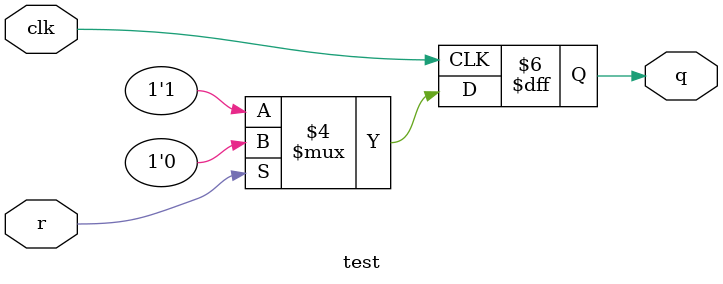
<source format=v>
module test(r ,
	    clk,
	    q 
	    );

	input r , clk;

	output q;

	reg q;

	always @ (posedge clk)
	begin
	
	if (r == 1)
	 q =  0;
	else 
	 q = 1;


	end
endmodule

</source>
